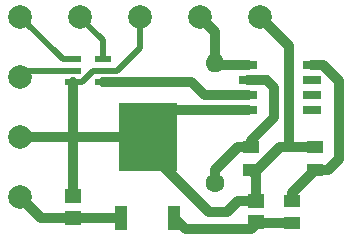
<source format=gbr>
%TF.GenerationSoftware,KiCad,Pcbnew,8.0.1*%
%TF.CreationDate,2024-04-29T14:13:33-04:00*%
%TF.ProjectId,kicad_pcb,6b696361-645f-4706-9362-2e6b69636164,rev?*%
%TF.SameCoordinates,Original*%
%TF.FileFunction,Copper,L1,Top*%
%TF.FilePolarity,Positive*%
%FSLAX46Y46*%
G04 Gerber Fmt 4.6, Leading zero omitted, Abs format (unit mm)*
G04 Created by KiCad (PCBNEW 8.0.1) date 2024-04-29 14:13:33*
%MOMM*%
%LPD*%
G01*
G04 APERTURE LIST*
%TA.AperFunction,ComponentPad*%
%ADD10C,2.000000*%
%TD*%
%TA.AperFunction,SMDPad,CuDef*%
%ADD11R,1.525000X0.700000*%
%TD*%
%TA.AperFunction,SMDPad,CuDef*%
%ADD12R,1.400000X0.600000*%
%TD*%
%TA.AperFunction,SMDPad,CuDef*%
%ADD13R,1.450000X1.000000*%
%TD*%
%TA.AperFunction,ComponentPad*%
%ADD14C,1.600000*%
%TD*%
%TA.AperFunction,ComponentPad*%
%ADD15O,1.600000X1.600000*%
%TD*%
%TA.AperFunction,SMDPad,CuDef*%
%ADD16R,1.000000X2.100000*%
%TD*%
%TA.AperFunction,SMDPad,CuDef*%
%ADD17R,4.900000X5.850000*%
%TD*%
%TA.AperFunction,SMDPad,CuDef*%
%ADD18R,1.450000X1.150000*%
%TD*%
%TA.AperFunction,ViaPad*%
%ADD19C,1.600000*%
%TD*%
%TA.AperFunction,Conductor*%
%ADD20C,0.812800*%
%TD*%
%TA.AperFunction,Conductor*%
%ADD21C,0.508000*%
%TD*%
G04 APERTURE END LIST*
D10*
%TO.P,TP8,1,1*%
%TO.N,GND*%
X127160000Y-73000000D03*
%TD*%
%TO.P,TP7,1,1*%
%TO.N,GND*%
X137320000Y-73000000D03*
%TD*%
%TO.P,TP6,1,1*%
%TO.N,Net-(IC1-OUTPUT_A)*%
X132240000Y-73000000D03*
%TD*%
%TO.P,TP5,1,1*%
%TO.N,GND*%
X117000000Y-83160000D03*
%TD*%
%TO.P,TP4,1,1*%
%TO.N,/SDA*%
X117000000Y-73000000D03*
%TD*%
%TO.P,TP3,1,1*%
%TO.N,/SCL*%
X117000000Y-78080000D03*
%TD*%
%TO.P,TP2,1,1*%
%TO.N,/3.3*%
X122080000Y-73000000D03*
%TD*%
%TO.P,TP1,1,1*%
%TO.N,/VIN*%
X117000000Y-88240000D03*
%TD*%
D11*
%TO.P,IC1,1,OUTPUT_A*%
%TO.N,Net-(IC1-OUTPUT_A)*%
X136288000Y-77095000D03*
%TO.P,IC1,2,INPUTS_A_1*%
%TO.N,Net-(IC1-INPUTS_A_1)*%
X136288000Y-78365000D03*
%TO.P,IC1,3,INPUTS_A_2*%
%TO.N,Net-(IC1-INPUTS_A_2)*%
X136288000Y-79635000D03*
%TO.P,IC1,4,VEE/GND*%
%TO.N,GND*%
X136288000Y-80905000D03*
%TO.P,IC1,5,INPUTS_B_1*%
%TO.N,unconnected-(IC1-INPUTS_B_1-Pad5)*%
X141712000Y-80905000D03*
%TO.P,IC1,6,INPUTS_B_2*%
%TO.N,unconnected-(IC1-INPUTS_B_2-Pad6)*%
X141712000Y-79635000D03*
%TO.P,IC1,7,OUTPUT_B*%
%TO.N,unconnected-(IC1-OUTPUT_B-Pad7)*%
X141712000Y-78365000D03*
%TO.P,IC1,8,VCC*%
%TO.N,Net-(IC1-VCC)*%
X141712000Y-77095000D03*
%TD*%
D12*
%TO.P,IC2,1,VOUT*%
%TO.N,Net-(IC1-INPUTS_A_2)*%
X124000000Y-78500000D03*
%TO.P,IC2,2,VSS*%
%TO.N,GND*%
X124000000Y-77550000D03*
%TO.P,IC2,3,VDD*%
%TO.N,/3.3*%
X124000000Y-76600000D03*
%TO.P,IC2,4,SDA*%
%TO.N,/SDA*%
X121500000Y-76600000D03*
%TO.P,IC2,5,SCL*%
%TO.N,/SCL*%
X121500000Y-77550000D03*
%TO.P,IC2,6,A0*%
%TO.N,GND*%
X121500000Y-78500000D03*
%TD*%
D13*
%TO.P,R4,1*%
%TO.N,GND*%
X142000000Y-84050000D03*
%TO.P,R4,2*%
%TO.N,Net-(IC1-VCC)*%
X142000000Y-85950000D03*
%TD*%
%TO.P,R3,1*%
%TO.N,Net-(IC1-VCC)*%
X140000000Y-88550000D03*
%TO.P,R3,2*%
%TO.N,/24VDC*%
X140000000Y-90450000D03*
%TD*%
D14*
%TO.P,R2,1*%
%TO.N,Net-(IC1-INPUTS_A_1)*%
X133500000Y-87080000D03*
D15*
%TO.P,R2,2*%
%TO.N,Net-(IC1-OUTPUT_A)*%
X133500000Y-76920000D03*
%TD*%
D13*
%TO.P,R1,1*%
%TO.N,GND*%
X136500000Y-85950000D03*
%TO.P,R1,2*%
%TO.N,Net-(IC1-INPUTS_A_1)*%
X136500000Y-84050000D03*
%TD*%
D16*
%TO.P,IC3,1,INPUT*%
%TO.N,/VIN*%
X125500000Y-90000000D03*
%TO.P,IC3,3,OUTPUT*%
%TO.N,/24VDC*%
X130060000Y-90000000D03*
D17*
%TO.P,IC3,4,GND_(THERMALPAD)*%
%TO.N,GND*%
X127780000Y-83200000D03*
%TD*%
D18*
%TO.P,C2,1,1*%
%TO.N,/24VDC*%
X137000000Y-90400000D03*
%TO.P,C2,2,2*%
%TO.N,GND*%
X137000000Y-88600000D03*
%TD*%
%TO.P,C1,1,1*%
%TO.N,/VIN*%
X121500000Y-90000000D03*
%TO.P,C1,2,2*%
%TO.N,GND*%
X121500000Y-88200000D03*
%TD*%
D19*
%TO.N,GND*%
X126750000Y-83250000D03*
X126750000Y-81500000D03*
X128750000Y-81500000D03*
X128750000Y-83250000D03*
X128750000Y-85000000D03*
X126750000Y-85000000D03*
%TD*%
D20*
%TO.N,GND*%
X126800000Y-83200000D02*
X127780000Y-83200000D01*
X126750000Y-83250000D02*
X126800000Y-83200000D01*
X126700000Y-83200000D02*
X121380000Y-83200000D01*
X126750000Y-83250000D02*
X126700000Y-83200000D01*
X121380000Y-83200000D02*
X121340000Y-83160000D01*
X127780000Y-84030000D02*
X127780000Y-83200000D01*
X135400000Y-88600000D02*
X137000000Y-88600000D01*
X133000000Y-89500000D02*
X134500000Y-89500000D01*
X128750000Y-85250000D02*
X133000000Y-89500000D01*
X128750000Y-85000000D02*
X127780000Y-84030000D01*
X128750000Y-85000000D02*
X128750000Y-85250000D01*
X134500000Y-89500000D02*
X135400000Y-88600000D01*
X128750000Y-82230000D02*
X127780000Y-83200000D01*
X130075000Y-80905000D02*
X136288000Y-80905000D01*
X129480000Y-81500000D02*
X130075000Y-80905000D01*
X128750000Y-81500000D02*
X129480000Y-81500000D01*
X128750000Y-81500000D02*
X128750000Y-82230000D01*
D21*
X127160000Y-75598000D02*
X127160000Y-73000000D01*
X125208000Y-77550000D02*
X127160000Y-75598000D01*
X124000000Y-77550000D02*
X125208000Y-77550000D01*
D20*
X121340000Y-83160000D02*
X121500000Y-83000000D01*
X117000000Y-83160000D02*
X121340000Y-83160000D01*
X139500000Y-84000000D02*
X139750000Y-83750000D01*
X139750000Y-83750000D02*
X139750000Y-75430000D01*
X139750000Y-75430000D02*
X137320000Y-73000000D01*
X137050000Y-85950000D02*
X136500000Y-85950000D01*
X139000000Y-84000000D02*
X137050000Y-85950000D01*
X140000000Y-84000000D02*
X139000000Y-84000000D01*
X141950000Y-84000000D02*
X140000000Y-84000000D01*
X142000000Y-84050000D02*
X141950000Y-84000000D01*
%TO.N,Net-(IC1-VCC)*%
X142667300Y-77095000D02*
X141712000Y-77095000D01*
X144000000Y-78427700D02*
X142667300Y-77095000D01*
X144000000Y-85000000D02*
X144000000Y-78427700D01*
X143050000Y-85950000D02*
X144000000Y-85000000D01*
X142000000Y-85950000D02*
X143050000Y-85950000D01*
X140000000Y-87950000D02*
X142000000Y-85950000D01*
X140000000Y-88550000D02*
X140000000Y-87950000D01*
%TO.N,Net-(IC1-INPUTS_A_2)*%
X131500000Y-78500000D02*
X124000000Y-78500000D01*
X132635000Y-79635000D02*
X131500000Y-78500000D01*
X136288000Y-79635000D02*
X132635000Y-79635000D01*
%TO.N,Net-(IC1-OUTPUT_A)*%
X133500000Y-74260000D02*
X132240000Y-73000000D01*
X133500000Y-76920000D02*
X133500000Y-74260000D01*
X136288000Y-77095000D02*
X133675000Y-77095000D01*
X133675000Y-77095000D02*
X133500000Y-76920000D01*
%TO.N,Net-(IC1-INPUTS_A_1)*%
X137863300Y-78365000D02*
X136288000Y-78365000D01*
X138500000Y-81500000D02*
X138500000Y-79001700D01*
X138500000Y-79001700D02*
X137863300Y-78365000D01*
X136500000Y-83500000D02*
X138500000Y-81500000D01*
X136500000Y-84050000D02*
X136500000Y-83500000D01*
%TO.N,/24VDC*%
X137050000Y-90450000D02*
X137000000Y-90400000D01*
X140000000Y-90450000D02*
X137050000Y-90450000D01*
%TO.N,GND*%
X137000000Y-86450000D02*
X136500000Y-85950000D01*
X137000000Y-88600000D02*
X137000000Y-86450000D01*
%TO.N,/24VDC*%
X131060000Y-91000000D02*
X130060000Y-90000000D01*
X136500000Y-91000000D02*
X131060000Y-91000000D01*
X137000000Y-90400000D02*
X137000000Y-90500000D01*
X137000000Y-90500000D02*
X136500000Y-91000000D01*
%TO.N,Net-(IC1-INPUTS_A_1)*%
X135398630Y-84050000D02*
X136500000Y-84050000D01*
X133500000Y-85948630D02*
X135398630Y-84050000D01*
X133500000Y-87080000D02*
X133500000Y-85948630D01*
%TO.N,/VIN*%
X118760000Y-90000000D02*
X121500000Y-90000000D01*
X117000000Y-88240000D02*
X118760000Y-90000000D01*
D21*
%TO.N,/SCL*%
X117530000Y-77550000D02*
X121500000Y-77550000D01*
X117000000Y-78080000D02*
X117530000Y-77550000D01*
%TO.N,/3.3*%
X124000000Y-75000000D02*
X122000000Y-73000000D01*
X124000000Y-76600000D02*
X124000000Y-75000000D01*
%TO.N,GND*%
X122192000Y-78500000D02*
X121500000Y-78500000D01*
X124000000Y-77550000D02*
X123142000Y-77550000D01*
X123142000Y-77550000D02*
X122192000Y-78500000D01*
D20*
X121500000Y-88200000D02*
X121500000Y-83000000D01*
X121500000Y-83000000D02*
X121500000Y-78500000D01*
D21*
%TO.N,/SDA*%
X120600000Y-76600000D02*
X117000000Y-73000000D01*
X121500000Y-76600000D02*
X120600000Y-76600000D01*
D20*
%TO.N,/VIN*%
X121500000Y-90000000D02*
X125500000Y-90000000D01*
%TD*%
M02*

</source>
